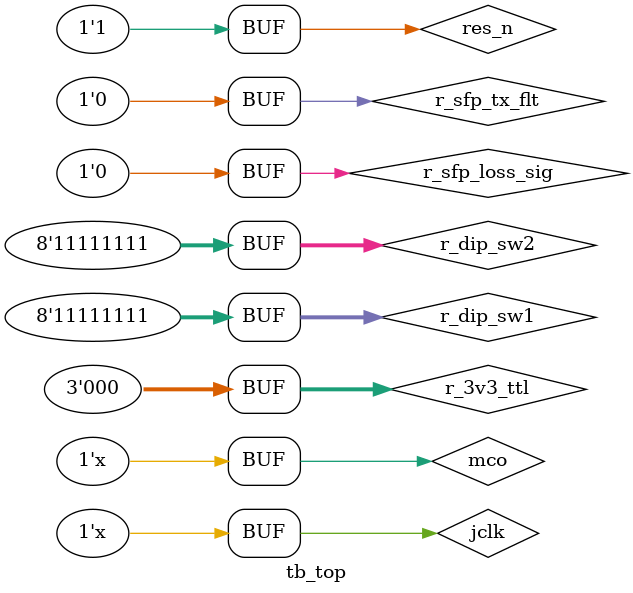
<source format=v>
/*============================================================================*/
/*
 * @file    tb_top.v
 * @brief   Test bench top module
 * @note    
 * @date    2020/11/18
 * @author  kingyo
 */
/*============================================================================*/
`timescale 1ns / 100ps

module tb_top ();
    parameter MCO_HZ = 40000000;    // 40MHz

    reg             mco = 1'b0;
    reg             jclk = 1'b0;
    reg             res_n;
    wire    [7:0]   w_5v_ttl_in;
    wire    [7:0]   w_5v_ttl_out;
    reg     [2:0]   r_3v3_ttl;
    wire    [2:0]   w_3v3_ttl;
    reg     [7:0]   r_dip_sw1;
    reg     [7:0]   r_dip_sw2;
    wire    [1:0]   w_led_tx;
    wire    [1:0]   w_led_rx;
    reg             r_sfp_loss_sig;
    wire            w_sfp_rate_sel;
    wire            w_sfp_tx_dis_n;
    reg             r_sfp_tx_flt;
    wire    [2:0]   w_sfp_mod_def;
    reg             r_lvds_dat_out;
    wire            w_lvds_dat_in;
    wire            w_lvds_drv_en;
    wire            w_lvds_rcv_en_n;
    wire            w_tp1;
    wire            w_tp2;


    //==================================================================
    // Clock
    //==================================================================
    always #(500000000 / MCO_HZ) mco <= ~mco;

    //==================================================================
    // Reset
    //==================================================================
    initial begin
        res_n = 1'b0;
        #1000;
        res_n = 1'b1;
    end

    //==================================================================
    // 3.3V-TTL GPIO Signal Setting
    //==================================================================
    initial begin
        // All Low
        r_3v3_ttl <= 3'b000;
    end

    //==================================================================
    // DIP SW Setting
    //==================================================================
    initial begin
        // All OFF position
        r_dip_sw1 <= 8'b11111111;
        r_dip_sw2 <= 8'b11111111;
    end

    //==================================================================
    // SFP Module Setting
    //==================================================================
    initial begin
        r_sfp_loss_sig <= 1'b1;
        r_sfp_tx_flt <= 1'b1;
        #10000
        r_sfp_loss_sig <= 1'b0;
        r_sfp_tx_flt <= 1'b0;
    end

    //==================================================================
    // LVDS I/F IC Setting
    //==================================================================
    initial begin
        r_lvds_dat_out <= 1'b0;
    end

    //==================================================================
    // Loop back test
    //==================================================================
    parameter jitter = 2;
    reg     [31:0]  r_dummy_err_cnt = 32'd0;
    // 異常ステート再現
    wire            w_dummy_err_inv  = (r_dummy_err_cnt == 32'd50011);   // 1bit反転
    wire            w_dummy_err_high = (r_dummy_err_cnt >= 32'd100000 && r_dummy_err_cnt <= 32'd120000);    // High固定
    wire            w_dummy_err_low  = (r_dummy_err_cnt >= 32'd200000 && r_dummy_err_cnt <= 32'd220000);    // Low固定
    always @(posedge mco) begin
        r_dummy_err_cnt <= r_dummy_err_cnt + 32'd1;
    end
    always #(500000000 / MCO_HZ + $random %(jitter)) jclk <= ~jclk; 
    always @(posedge mco) begin
        // 擬似的にノイズ混入
        if (w_dummy_err_inv) begin
            r_lvds_dat_out <= ~w_lvds_dat_in;
        end else if (w_dummy_err_high) begin
            r_lvds_dat_out <= 1'b1;
        end else if (w_dummy_err_low) begin
            r_lvds_dat_out <= 1'b0;
        end else begin
            r_lvds_dat_out <= w_lvds_dat_in;
        end
    end


    //==================================================================
    // Dummy input data
    //==================================================================
    tb_pattern_gen pattern_gen (
        .i_clk ( mco ),
        .i_res_n ( res_n ),
        .o_ptn ( w_5v_ttl_in[7:0] )
    );


    //==================================================================
    // DUT
    //==================================================================
    drsstc_sfp_transceiver_top dut (
        /* Master Clock and Reset */
        .CLK_40M ( {mco, mco} ),
        .RST_N ( {res_n, res_n} ),

        /* 5V-TTL GPIO */
        .IN ( w_5v_ttl_in[7:0] ),
        .OUT ( w_5v_ttl_out[7:0] ),
        
        /* 3.3V-TTL GPIO */
        .LV_IN ( r_3v3_ttl[2:0] ),
        .LV_OUT ( w_3v3_ttl[2:0] ),
        
        /* Onboard DIP-SW */
        .DIP_SW1 ( r_dip_sw1[7:0] ),
        .DIP_SW2 ( r_dip_sw2[7:0] ),
        
        /* TX and RX LED */
        .LED_TX ( w_led_tx[1:0] ),
        .LED_RX ( w_led_rx[1:0] ),

        /* SFP Module */
        .SFP_LOSS_SIG ( r_sfp_loss_sig ),
        .SFP_RATE_SEL ( w_sfp_rate_sel ),
        .SFP_TX_DIS_N ( w_sfp_tx_dis_n ),
        .SFP_TX_FLT ( r_sfp_tx_flt ),
        
        /* SFP MOD_DEF */
        .SFP_MOD_DEF ( w_sfp_mod_def[2:0] ),
        
        /* LVDS I/F IC */
        .LVDS_DAT_OUT ( r_lvds_dat_out ),
        .LVDS_DAT_IN ( w_lvds_dat_in ),
        .LVDS_DRV_EN ( w_lvds_drv_en ),
        .LVDS_RCV_EN_N ( w_lvds_rcv_en_n ),

        /* Debug */
        .TP1 ( w_tp1 ),
        .TP2 ( w_tp2 )
    );

endmodule

</source>
